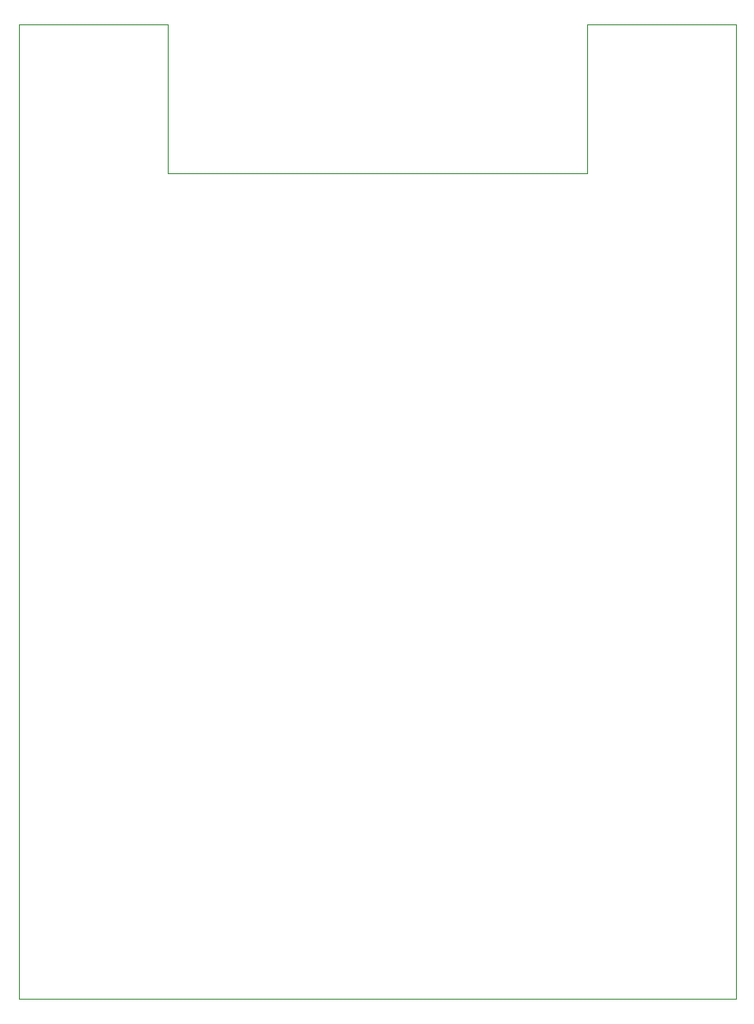
<source format=gbr>
G04 #@! TF.GenerationSoftware,KiCad,Pcbnew,7.0.1-3b83917a11~172~ubuntu22.04.1*
G04 #@! TF.CreationDate,2023-04-09T22:51:03+09:00*
G04 #@! TF.ProjectId,Akashi-14,416b6173-6869-42d3-9134-2e6b69636164,rev?*
G04 #@! TF.SameCoordinates,Original*
G04 #@! TF.FileFunction,Profile,NP*
%FSLAX46Y46*%
G04 Gerber Fmt 4.6, Leading zero omitted, Abs format (unit mm)*
G04 Created by KiCad (PCBNEW 7.0.1-3b83917a11~172~ubuntu22.04.1) date 2023-04-09 22:51:03*
%MOMM*%
%LPD*%
G01*
G04 APERTURE LIST*
G04 #@! TA.AperFunction,Profile*
%ADD10C,0.100000*%
G04 #@! TD*
G04 APERTURE END LIST*
D10*
X165100000Y-154940000D02*
X165100000Y-63500000D01*
X111760000Y-63500000D02*
X97790000Y-63500000D01*
X97790000Y-154940000D02*
X165100000Y-154940000D01*
X151130000Y-63500000D02*
X151130000Y-77470000D01*
X111760000Y-77470000D02*
X111760000Y-63500000D01*
X165100000Y-63500000D02*
X151130000Y-63500000D01*
X97790000Y-63500000D02*
X97790000Y-154940000D01*
X151130000Y-77470000D02*
X111760000Y-77470000D01*
M02*

</source>
